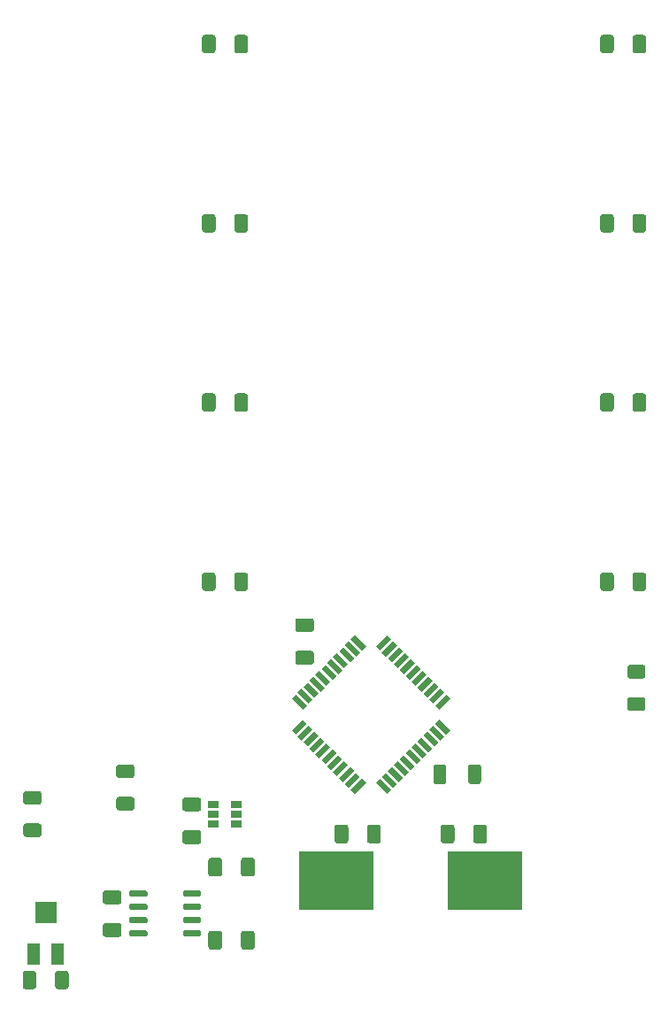
<source format=gbr>
%TF.GenerationSoftware,KiCad,Pcbnew,5.1.9*%
%TF.CreationDate,2021-03-22T22:06:03+01:00*%
%TF.ProjectId,control_voltage_eurorack_module,636f6e74-726f-46c5-9f76-6f6c74616765,rev?*%
%TF.SameCoordinates,Original*%
%TF.FileFunction,Paste,Bot*%
%TF.FilePolarity,Positive*%
%FSLAX46Y46*%
G04 Gerber Fmt 4.6, Leading zero omitted, Abs format (unit mm)*
G04 Created by KiCad (PCBNEW 5.1.9) date 2021-03-22 22:06:03*
%MOMM*%
%LPD*%
G01*
G04 APERTURE LIST*
%ADD10R,1.060000X0.650000*%
%ADD11R,1.300000X2.000000*%
%ADD12R,2.000000X2.000000*%
%ADD13R,7.175000X5.600000*%
%ADD14C,0.100000*%
G04 APERTURE END LIST*
D10*
%TO.C,U3*%
X37295000Y-98425000D03*
X37295000Y-99375000D03*
X37295000Y-97475000D03*
X35095000Y-97475000D03*
X35095000Y-98425000D03*
X35095000Y-99375000D03*
%TD*%
%TO.C,U1*%
G36*
G01*
X28780000Y-105895000D02*
X28780000Y-106195000D01*
G75*
G02*
X28630000Y-106345000I-150000J0D01*
G01*
X27180000Y-106345000D01*
G75*
G02*
X27030000Y-106195000I0J150000D01*
G01*
X27030000Y-105895000D01*
G75*
G02*
X27180000Y-105745000I150000J0D01*
G01*
X28630000Y-105745000D01*
G75*
G02*
X28780000Y-105895000I0J-150000D01*
G01*
G37*
G36*
G01*
X28780000Y-107165000D02*
X28780000Y-107465000D01*
G75*
G02*
X28630000Y-107615000I-150000J0D01*
G01*
X27180000Y-107615000D01*
G75*
G02*
X27030000Y-107465000I0J150000D01*
G01*
X27030000Y-107165000D01*
G75*
G02*
X27180000Y-107015000I150000J0D01*
G01*
X28630000Y-107015000D01*
G75*
G02*
X28780000Y-107165000I0J-150000D01*
G01*
G37*
G36*
G01*
X28780000Y-108435000D02*
X28780000Y-108735000D01*
G75*
G02*
X28630000Y-108885000I-150000J0D01*
G01*
X27180000Y-108885000D01*
G75*
G02*
X27030000Y-108735000I0J150000D01*
G01*
X27030000Y-108435000D01*
G75*
G02*
X27180000Y-108285000I150000J0D01*
G01*
X28630000Y-108285000D01*
G75*
G02*
X28780000Y-108435000I0J-150000D01*
G01*
G37*
G36*
G01*
X28780000Y-109705000D02*
X28780000Y-110005000D01*
G75*
G02*
X28630000Y-110155000I-150000J0D01*
G01*
X27180000Y-110155000D01*
G75*
G02*
X27030000Y-110005000I0J150000D01*
G01*
X27030000Y-109705000D01*
G75*
G02*
X27180000Y-109555000I150000J0D01*
G01*
X28630000Y-109555000D01*
G75*
G02*
X28780000Y-109705000I0J-150000D01*
G01*
G37*
G36*
G01*
X33930000Y-109705000D02*
X33930000Y-110005000D01*
G75*
G02*
X33780000Y-110155000I-150000J0D01*
G01*
X32330000Y-110155000D01*
G75*
G02*
X32180000Y-110005000I0J150000D01*
G01*
X32180000Y-109705000D01*
G75*
G02*
X32330000Y-109555000I150000J0D01*
G01*
X33780000Y-109555000D01*
G75*
G02*
X33930000Y-109705000I0J-150000D01*
G01*
G37*
G36*
G01*
X33930000Y-108435000D02*
X33930000Y-108735000D01*
G75*
G02*
X33780000Y-108885000I-150000J0D01*
G01*
X32330000Y-108885000D01*
G75*
G02*
X32180000Y-108735000I0J150000D01*
G01*
X32180000Y-108435000D01*
G75*
G02*
X32330000Y-108285000I150000J0D01*
G01*
X33780000Y-108285000D01*
G75*
G02*
X33930000Y-108435000I0J-150000D01*
G01*
G37*
G36*
G01*
X33930000Y-107165000D02*
X33930000Y-107465000D01*
G75*
G02*
X33780000Y-107615000I-150000J0D01*
G01*
X32330000Y-107615000D01*
G75*
G02*
X32180000Y-107465000I0J150000D01*
G01*
X32180000Y-107165000D01*
G75*
G02*
X32330000Y-107015000I150000J0D01*
G01*
X33780000Y-107015000D01*
G75*
G02*
X33930000Y-107165000I0J-150000D01*
G01*
G37*
G36*
G01*
X33930000Y-105895000D02*
X33930000Y-106195000D01*
G75*
G02*
X33780000Y-106345000I-150000J0D01*
G01*
X32330000Y-106345000D01*
G75*
G02*
X32180000Y-106195000I0J150000D01*
G01*
X32180000Y-105895000D01*
G75*
G02*
X32330000Y-105745000I150000J0D01*
G01*
X33780000Y-105745000D01*
G75*
G02*
X33930000Y-105895000I0J-150000D01*
G01*
G37*
%TD*%
D11*
%TO.C,RV10*%
X17900000Y-111855000D03*
D12*
X19050000Y-107855000D03*
D11*
X20200000Y-111855000D03*
%TD*%
%TO.C,R5*%
G36*
G01*
X73395000Y-24140000D02*
X73395000Y-25390000D01*
G75*
G02*
X73145000Y-25640000I-250000J0D01*
G01*
X72345000Y-25640000D01*
G75*
G02*
X72095000Y-25390000I0J250000D01*
G01*
X72095000Y-24140000D01*
G75*
G02*
X72345000Y-23890000I250000J0D01*
G01*
X73145000Y-23890000D01*
G75*
G02*
X73395000Y-24140000I0J-250000D01*
G01*
G37*
G36*
G01*
X76495000Y-24140000D02*
X76495000Y-25390000D01*
G75*
G02*
X76245000Y-25640000I-250000J0D01*
G01*
X75445000Y-25640000D01*
G75*
G02*
X75195000Y-25390000I0J250000D01*
G01*
X75195000Y-24140000D01*
G75*
G02*
X75445000Y-23890000I250000J0D01*
G01*
X76245000Y-23890000D01*
G75*
G02*
X76495000Y-24140000I0J-250000D01*
G01*
G37*
%TD*%
%TO.C,R4*%
G36*
G01*
X35295000Y-75575000D02*
X35295000Y-76825000D01*
G75*
G02*
X35045000Y-77075000I-250000J0D01*
G01*
X34245000Y-77075000D01*
G75*
G02*
X33995000Y-76825000I0J250000D01*
G01*
X33995000Y-75575000D01*
G75*
G02*
X34245000Y-75325000I250000J0D01*
G01*
X35045000Y-75325000D01*
G75*
G02*
X35295000Y-75575000I0J-250000D01*
G01*
G37*
G36*
G01*
X38395000Y-75575000D02*
X38395000Y-76825000D01*
G75*
G02*
X38145000Y-77075000I-250000J0D01*
G01*
X37345000Y-77075000D01*
G75*
G02*
X37095000Y-76825000I0J250000D01*
G01*
X37095000Y-75575000D01*
G75*
G02*
X37345000Y-75325000I250000J0D01*
G01*
X38145000Y-75325000D01*
G75*
G02*
X38395000Y-75575000I0J-250000D01*
G01*
G37*
%TD*%
%TO.C,R3*%
G36*
G01*
X35295000Y-58430000D02*
X35295000Y-59680000D01*
G75*
G02*
X35045000Y-59930000I-250000J0D01*
G01*
X34245000Y-59930000D01*
G75*
G02*
X33995000Y-59680000I0J250000D01*
G01*
X33995000Y-58430000D01*
G75*
G02*
X34245000Y-58180000I250000J0D01*
G01*
X35045000Y-58180000D01*
G75*
G02*
X35295000Y-58430000I0J-250000D01*
G01*
G37*
G36*
G01*
X38395000Y-58430000D02*
X38395000Y-59680000D01*
G75*
G02*
X38145000Y-59930000I-250000J0D01*
G01*
X37345000Y-59930000D01*
G75*
G02*
X37095000Y-59680000I0J250000D01*
G01*
X37095000Y-58430000D01*
G75*
G02*
X37345000Y-58180000I250000J0D01*
G01*
X38145000Y-58180000D01*
G75*
G02*
X38395000Y-58430000I0J-250000D01*
G01*
G37*
%TD*%
%TO.C,R2*%
G36*
G01*
X35295000Y-41285000D02*
X35295000Y-42535000D01*
G75*
G02*
X35045000Y-42785000I-250000J0D01*
G01*
X34245000Y-42785000D01*
G75*
G02*
X33995000Y-42535000I0J250000D01*
G01*
X33995000Y-41285000D01*
G75*
G02*
X34245000Y-41035000I250000J0D01*
G01*
X35045000Y-41035000D01*
G75*
G02*
X35295000Y-41285000I0J-250000D01*
G01*
G37*
G36*
G01*
X38395000Y-41285000D02*
X38395000Y-42535000D01*
G75*
G02*
X38145000Y-42785000I-250000J0D01*
G01*
X37345000Y-42785000D01*
G75*
G02*
X37095000Y-42535000I0J250000D01*
G01*
X37095000Y-41285000D01*
G75*
G02*
X37345000Y-41035000I250000J0D01*
G01*
X38145000Y-41035000D01*
G75*
G02*
X38395000Y-41285000I0J-250000D01*
G01*
G37*
%TD*%
%TO.C,R1*%
G36*
G01*
X35295000Y-24140000D02*
X35295000Y-25390000D01*
G75*
G02*
X35045000Y-25640000I-250000J0D01*
G01*
X34245000Y-25640000D01*
G75*
G02*
X33995000Y-25390000I0J250000D01*
G01*
X33995000Y-24140000D01*
G75*
G02*
X34245000Y-23890000I250000J0D01*
G01*
X35045000Y-23890000D01*
G75*
G02*
X35295000Y-24140000I0J-250000D01*
G01*
G37*
G36*
G01*
X38395000Y-24140000D02*
X38395000Y-25390000D01*
G75*
G02*
X38145000Y-25640000I-250000J0D01*
G01*
X37345000Y-25640000D01*
G75*
G02*
X37095000Y-25390000I0J250000D01*
G01*
X37095000Y-24140000D01*
G75*
G02*
X37345000Y-23890000I250000J0D01*
G01*
X38145000Y-23890000D01*
G75*
G02*
X38395000Y-24140000I0J-250000D01*
G01*
G37*
%TD*%
%TO.C,L1*%
G36*
G01*
X59470000Y-95315000D02*
X59470000Y-93915000D01*
G75*
G02*
X59720000Y-93665000I250000J0D01*
G01*
X60445000Y-93665000D01*
G75*
G02*
X60695000Y-93915000I0J-250000D01*
G01*
X60695000Y-95315000D01*
G75*
G02*
X60445000Y-95565000I-250000J0D01*
G01*
X59720000Y-95565000D01*
G75*
G02*
X59470000Y-95315000I0J250000D01*
G01*
G37*
G36*
G01*
X56145000Y-95315000D02*
X56145000Y-93915000D01*
G75*
G02*
X56395000Y-93665000I250000J0D01*
G01*
X57120000Y-93665000D01*
G75*
G02*
X57370000Y-93915000I0J-250000D01*
G01*
X57370000Y-95315000D01*
G75*
G02*
X57120000Y-95565000I-250000J0D01*
G01*
X56395000Y-95565000D01*
G75*
G02*
X56145000Y-95315000I0J250000D01*
G01*
G37*
%TD*%
%TO.C,C7*%
G36*
G01*
X37730000Y-111140001D02*
X37730000Y-109839999D01*
G75*
G02*
X37979999Y-109590000I249999J0D01*
G01*
X38805001Y-109590000D01*
G75*
G02*
X39055000Y-109839999I0J-249999D01*
G01*
X39055000Y-111140001D01*
G75*
G02*
X38805001Y-111390000I-249999J0D01*
G01*
X37979999Y-111390000D01*
G75*
G02*
X37730000Y-111140001I0J249999D01*
G01*
G37*
G36*
G01*
X34605000Y-111140001D02*
X34605000Y-109839999D01*
G75*
G02*
X34854999Y-109590000I249999J0D01*
G01*
X35680001Y-109590000D01*
G75*
G02*
X35930000Y-109839999I0J-249999D01*
G01*
X35930000Y-111140001D01*
G75*
G02*
X35680001Y-111390000I-249999J0D01*
G01*
X34854999Y-111390000D01*
G75*
G02*
X34605000Y-111140001I0J249999D01*
G01*
G37*
%TD*%
%TO.C,C5*%
G36*
G01*
X32369999Y-99960000D02*
X33670001Y-99960000D01*
G75*
G02*
X33920000Y-100209999I0J-249999D01*
G01*
X33920000Y-101035001D01*
G75*
G02*
X33670001Y-101285000I-249999J0D01*
G01*
X32369999Y-101285000D01*
G75*
G02*
X32120000Y-101035001I0J249999D01*
G01*
X32120000Y-100209999D01*
G75*
G02*
X32369999Y-99960000I249999J0D01*
G01*
G37*
G36*
G01*
X32369999Y-96835000D02*
X33670001Y-96835000D01*
G75*
G02*
X33920000Y-97084999I0J-249999D01*
G01*
X33920000Y-97910001D01*
G75*
G02*
X33670001Y-98160000I-249999J0D01*
G01*
X32369999Y-98160000D01*
G75*
G02*
X32120000Y-97910001I0J249999D01*
G01*
X32120000Y-97084999D01*
G75*
G02*
X32369999Y-96835000I249999J0D01*
G01*
G37*
%TD*%
%TO.C,C4*%
G36*
G01*
X43164999Y-82815000D02*
X44465001Y-82815000D01*
G75*
G02*
X44715000Y-83064999I0J-249999D01*
G01*
X44715000Y-83890001D01*
G75*
G02*
X44465001Y-84140000I-249999J0D01*
G01*
X43164999Y-84140000D01*
G75*
G02*
X42915000Y-83890001I0J249999D01*
G01*
X42915000Y-83064999D01*
G75*
G02*
X43164999Y-82815000I249999J0D01*
G01*
G37*
G36*
G01*
X43164999Y-79690000D02*
X44465001Y-79690000D01*
G75*
G02*
X44715000Y-79939999I0J-249999D01*
G01*
X44715000Y-80765001D01*
G75*
G02*
X44465001Y-81015000I-249999J0D01*
G01*
X43164999Y-81015000D01*
G75*
G02*
X42915000Y-80765001I0J249999D01*
G01*
X42915000Y-79939999D01*
G75*
G02*
X43164999Y-79690000I249999J0D01*
G01*
G37*
%TD*%
%TO.C,C3*%
G36*
G01*
X24749999Y-108850000D02*
X26050001Y-108850000D01*
G75*
G02*
X26300000Y-109099999I0J-249999D01*
G01*
X26300000Y-109925001D01*
G75*
G02*
X26050001Y-110175000I-249999J0D01*
G01*
X24749999Y-110175000D01*
G75*
G02*
X24500000Y-109925001I0J249999D01*
G01*
X24500000Y-109099999D01*
G75*
G02*
X24749999Y-108850000I249999J0D01*
G01*
G37*
G36*
G01*
X24749999Y-105725000D02*
X26050001Y-105725000D01*
G75*
G02*
X26300000Y-105974999I0J-249999D01*
G01*
X26300000Y-106800001D01*
G75*
G02*
X26050001Y-107050000I-249999J0D01*
G01*
X24749999Y-107050000D01*
G75*
G02*
X24500000Y-106800001I0J249999D01*
G01*
X24500000Y-105974999D01*
G75*
G02*
X24749999Y-105725000I249999J0D01*
G01*
G37*
%TD*%
%TO.C,C2*%
G36*
G01*
X59955000Y-100980001D02*
X59955000Y-99679999D01*
G75*
G02*
X60204999Y-99430000I249999J0D01*
G01*
X61030001Y-99430000D01*
G75*
G02*
X61280000Y-99679999I0J-249999D01*
G01*
X61280000Y-100980001D01*
G75*
G02*
X61030001Y-101230000I-249999J0D01*
G01*
X60204999Y-101230000D01*
G75*
G02*
X59955000Y-100980001I0J249999D01*
G01*
G37*
G36*
G01*
X56830000Y-100980001D02*
X56830000Y-99679999D01*
G75*
G02*
X57079999Y-99430000I249999J0D01*
G01*
X57905001Y-99430000D01*
G75*
G02*
X58155000Y-99679999I0J-249999D01*
G01*
X58155000Y-100980001D01*
G75*
G02*
X57905001Y-101230000I-249999J0D01*
G01*
X57079999Y-101230000D01*
G75*
G02*
X56830000Y-100980001I0J249999D01*
G01*
G37*
%TD*%
%TO.C,C1*%
G36*
G01*
X47995000Y-99679999D02*
X47995000Y-100980001D01*
G75*
G02*
X47745001Y-101230000I-249999J0D01*
G01*
X46919999Y-101230000D01*
G75*
G02*
X46670000Y-100980001I0J249999D01*
G01*
X46670000Y-99679999D01*
G75*
G02*
X46919999Y-99430000I249999J0D01*
G01*
X47745001Y-99430000D01*
G75*
G02*
X47995000Y-99679999I0J-249999D01*
G01*
G37*
G36*
G01*
X51120000Y-99679999D02*
X51120000Y-100980001D01*
G75*
G02*
X50870001Y-101230000I-249999J0D01*
G01*
X50044999Y-101230000D01*
G75*
G02*
X49795000Y-100980001I0J249999D01*
G01*
X49795000Y-99679999D01*
G75*
G02*
X50044999Y-99430000I249999J0D01*
G01*
X50870001Y-99430000D01*
G75*
G02*
X51120000Y-99679999I0J-249999D01*
G01*
G37*
%TD*%
%TO.C,R6*%
G36*
G01*
X73395000Y-41285000D02*
X73395000Y-42535000D01*
G75*
G02*
X73145000Y-42785000I-250000J0D01*
G01*
X72345000Y-42785000D01*
G75*
G02*
X72095000Y-42535000I0J250000D01*
G01*
X72095000Y-41285000D01*
G75*
G02*
X72345000Y-41035000I250000J0D01*
G01*
X73145000Y-41035000D01*
G75*
G02*
X73395000Y-41285000I0J-250000D01*
G01*
G37*
G36*
G01*
X76495000Y-41285000D02*
X76495000Y-42535000D01*
G75*
G02*
X76245000Y-42785000I-250000J0D01*
G01*
X75445000Y-42785000D01*
G75*
G02*
X75195000Y-42535000I0J250000D01*
G01*
X75195000Y-41285000D01*
G75*
G02*
X75445000Y-41035000I250000J0D01*
G01*
X76245000Y-41035000D01*
G75*
G02*
X76495000Y-41285000I0J-250000D01*
G01*
G37*
%TD*%
%TO.C,R7*%
G36*
G01*
X73395000Y-58430000D02*
X73395000Y-59680000D01*
G75*
G02*
X73145000Y-59930000I-250000J0D01*
G01*
X72345000Y-59930000D01*
G75*
G02*
X72095000Y-59680000I0J250000D01*
G01*
X72095000Y-58430000D01*
G75*
G02*
X72345000Y-58180000I250000J0D01*
G01*
X73145000Y-58180000D01*
G75*
G02*
X73395000Y-58430000I0J-250000D01*
G01*
G37*
G36*
G01*
X76495000Y-58430000D02*
X76495000Y-59680000D01*
G75*
G02*
X76245000Y-59930000I-250000J0D01*
G01*
X75445000Y-59930000D01*
G75*
G02*
X75195000Y-59680000I0J250000D01*
G01*
X75195000Y-58430000D01*
G75*
G02*
X75445000Y-58180000I250000J0D01*
G01*
X76245000Y-58180000D01*
G75*
G02*
X76495000Y-58430000I0J-250000D01*
G01*
G37*
%TD*%
%TO.C,R8*%
G36*
G01*
X73395000Y-75575000D02*
X73395000Y-76825000D01*
G75*
G02*
X73145000Y-77075000I-250000J0D01*
G01*
X72345000Y-77075000D01*
G75*
G02*
X72095000Y-76825000I0J250000D01*
G01*
X72095000Y-75575000D01*
G75*
G02*
X72345000Y-75325000I250000J0D01*
G01*
X73145000Y-75325000D01*
G75*
G02*
X73395000Y-75575000I0J-250000D01*
G01*
G37*
G36*
G01*
X76495000Y-75575000D02*
X76495000Y-76825000D01*
G75*
G02*
X76245000Y-77075000I-250000J0D01*
G01*
X75445000Y-77075000D01*
G75*
G02*
X75195000Y-76825000I0J250000D01*
G01*
X75195000Y-75575000D01*
G75*
G02*
X75445000Y-75325000I250000J0D01*
G01*
X76245000Y-75325000D01*
G75*
G02*
X76495000Y-75575000I0J-250000D01*
G01*
G37*
%TD*%
%TO.C,R9*%
G36*
G01*
X18405000Y-97525000D02*
X17155000Y-97525000D01*
G75*
G02*
X16905000Y-97275000I0J250000D01*
G01*
X16905000Y-96475000D01*
G75*
G02*
X17155000Y-96225000I250000J0D01*
G01*
X18405000Y-96225000D01*
G75*
G02*
X18655000Y-96475000I0J-250000D01*
G01*
X18655000Y-97275000D01*
G75*
G02*
X18405000Y-97525000I-250000J0D01*
G01*
G37*
G36*
G01*
X18405000Y-100625000D02*
X17155000Y-100625000D01*
G75*
G02*
X16905000Y-100375000I0J250000D01*
G01*
X16905000Y-99575000D01*
G75*
G02*
X17155000Y-99325000I250000J0D01*
G01*
X18405000Y-99325000D01*
G75*
G02*
X18655000Y-99575000I0J-250000D01*
G01*
X18655000Y-100375000D01*
G75*
G02*
X18405000Y-100625000I-250000J0D01*
G01*
G37*
%TD*%
%TO.C,R10*%
G36*
G01*
X26045000Y-96785000D02*
X27295000Y-96785000D01*
G75*
G02*
X27545000Y-97035000I0J-250000D01*
G01*
X27545000Y-97835000D01*
G75*
G02*
X27295000Y-98085000I-250000J0D01*
G01*
X26045000Y-98085000D01*
G75*
G02*
X25795000Y-97835000I0J250000D01*
G01*
X25795000Y-97035000D01*
G75*
G02*
X26045000Y-96785000I250000J0D01*
G01*
G37*
G36*
G01*
X26045000Y-93685000D02*
X27295000Y-93685000D01*
G75*
G02*
X27545000Y-93935000I0J-250000D01*
G01*
X27545000Y-94735000D01*
G75*
G02*
X27295000Y-94985000I-250000J0D01*
G01*
X26045000Y-94985000D01*
G75*
G02*
X25795000Y-94735000I0J250000D01*
G01*
X25795000Y-93935000D01*
G75*
G02*
X26045000Y-93685000I250000J0D01*
G01*
G37*
%TD*%
%TO.C,R11*%
G36*
G01*
X19950000Y-114925000D02*
X19950000Y-113675000D01*
G75*
G02*
X20200000Y-113425000I250000J0D01*
G01*
X21000000Y-113425000D01*
G75*
G02*
X21250000Y-113675000I0J-250000D01*
G01*
X21250000Y-114925000D01*
G75*
G02*
X21000000Y-115175000I-250000J0D01*
G01*
X20200000Y-115175000D01*
G75*
G02*
X19950000Y-114925000I0J250000D01*
G01*
G37*
G36*
G01*
X16850000Y-114925000D02*
X16850000Y-113675000D01*
G75*
G02*
X17100000Y-113425000I250000J0D01*
G01*
X17900000Y-113425000D01*
G75*
G02*
X18150000Y-113675000I0J-250000D01*
G01*
X18150000Y-114925000D01*
G75*
G02*
X17900000Y-115175000I-250000J0D01*
G01*
X17100000Y-115175000D01*
G75*
G02*
X16850000Y-114925000I0J250000D01*
G01*
G37*
%TD*%
%TO.C,R12*%
G36*
G01*
X74940000Y-87260000D02*
X76190000Y-87260000D01*
G75*
G02*
X76440000Y-87510000I0J-250000D01*
G01*
X76440000Y-88310000D01*
G75*
G02*
X76190000Y-88560000I-250000J0D01*
G01*
X74940000Y-88560000D01*
G75*
G02*
X74690000Y-88310000I0J250000D01*
G01*
X74690000Y-87510000D01*
G75*
G02*
X74940000Y-87260000I250000J0D01*
G01*
G37*
G36*
G01*
X74940000Y-84160000D02*
X76190000Y-84160000D01*
G75*
G02*
X76440000Y-84410000I0J-250000D01*
G01*
X76440000Y-85210000D01*
G75*
G02*
X76190000Y-85460000I-250000J0D01*
G01*
X74940000Y-85460000D01*
G75*
G02*
X74690000Y-85210000I0J250000D01*
G01*
X74690000Y-84410000D01*
G75*
G02*
X74940000Y-84160000I250000J0D01*
G01*
G37*
%TD*%
D13*
%TO.C,Y1*%
X61062500Y-104775000D03*
X46887500Y-104775000D03*
%TD*%
%TO.C,C8*%
G36*
G01*
X35930000Y-102854999D02*
X35930000Y-104155001D01*
G75*
G02*
X35680001Y-104405000I-249999J0D01*
G01*
X34854999Y-104405000D01*
G75*
G02*
X34605000Y-104155001I0J249999D01*
G01*
X34605000Y-102854999D01*
G75*
G02*
X34854999Y-102605000I249999J0D01*
G01*
X35680001Y-102605000D01*
G75*
G02*
X35930000Y-102854999I0J-249999D01*
G01*
G37*
G36*
G01*
X39055000Y-102854999D02*
X39055000Y-104155001D01*
G75*
G02*
X38805001Y-104405000I-249999J0D01*
G01*
X37979999Y-104405000D01*
G75*
G02*
X37730000Y-104155001I0J249999D01*
G01*
X37730000Y-102854999D01*
G75*
G02*
X37979999Y-102605000I249999J0D01*
G01*
X38805001Y-102605000D01*
G75*
G02*
X39055000Y-102854999I0J-249999D01*
G01*
G37*
%TD*%
D14*
%TO.C,U2*%
G36*
X56688060Y-88422702D02*
G01*
X56299152Y-88033794D01*
X57359812Y-86973134D01*
X57748720Y-87362042D01*
X56688060Y-88422702D01*
G37*
G36*
X56122374Y-87857017D02*
G01*
X55733466Y-87468109D01*
X56794126Y-86407449D01*
X57183034Y-86796357D01*
X56122374Y-87857017D01*
G37*
G36*
X55556689Y-87291332D02*
G01*
X55167781Y-86902424D01*
X56228441Y-85841764D01*
X56617349Y-86230672D01*
X55556689Y-87291332D01*
G37*
G36*
X54991004Y-86725646D02*
G01*
X54602096Y-86336738D01*
X55662756Y-85276078D01*
X56051664Y-85664986D01*
X54991004Y-86725646D01*
G37*
G36*
X54425318Y-86159961D02*
G01*
X54036410Y-85771053D01*
X55097070Y-84710393D01*
X55485978Y-85099301D01*
X54425318Y-86159961D01*
G37*
G36*
X53859633Y-85594275D02*
G01*
X53470725Y-85205367D01*
X54531385Y-84144707D01*
X54920293Y-84533615D01*
X53859633Y-85594275D01*
G37*
G36*
X53293947Y-85028590D02*
G01*
X52905039Y-84639682D01*
X53965699Y-83579022D01*
X54354607Y-83967930D01*
X53293947Y-85028590D01*
G37*
G36*
X52728262Y-84462904D02*
G01*
X52339354Y-84073996D01*
X53400014Y-83013336D01*
X53788922Y-83402244D01*
X52728262Y-84462904D01*
G37*
G36*
X52162576Y-83897219D02*
G01*
X51773668Y-83508311D01*
X52834328Y-82447651D01*
X53223236Y-82836559D01*
X52162576Y-83897219D01*
G37*
G36*
X51596891Y-83331534D02*
G01*
X51207983Y-82942626D01*
X52268643Y-81881966D01*
X52657551Y-82270874D01*
X51596891Y-83331534D01*
G37*
G36*
X51031206Y-82765848D02*
G01*
X50642298Y-82376940D01*
X51702958Y-81316280D01*
X52091866Y-81705188D01*
X51031206Y-82765848D01*
G37*
G36*
X49687702Y-82376940D02*
G01*
X49298794Y-82765848D01*
X48238134Y-81705188D01*
X48627042Y-81316280D01*
X49687702Y-82376940D01*
G37*
G36*
X49122017Y-82942626D02*
G01*
X48733109Y-83331534D01*
X47672449Y-82270874D01*
X48061357Y-81881966D01*
X49122017Y-82942626D01*
G37*
G36*
X48556332Y-83508311D02*
G01*
X48167424Y-83897219D01*
X47106764Y-82836559D01*
X47495672Y-82447651D01*
X48556332Y-83508311D01*
G37*
G36*
X47990646Y-84073996D02*
G01*
X47601738Y-84462904D01*
X46541078Y-83402244D01*
X46929986Y-83013336D01*
X47990646Y-84073996D01*
G37*
G36*
X47424961Y-84639682D02*
G01*
X47036053Y-85028590D01*
X45975393Y-83967930D01*
X46364301Y-83579022D01*
X47424961Y-84639682D01*
G37*
G36*
X46859275Y-85205367D02*
G01*
X46470367Y-85594275D01*
X45409707Y-84533615D01*
X45798615Y-84144707D01*
X46859275Y-85205367D01*
G37*
G36*
X46293590Y-85771053D02*
G01*
X45904682Y-86159961D01*
X44844022Y-85099301D01*
X45232930Y-84710393D01*
X46293590Y-85771053D01*
G37*
G36*
X45727904Y-86336738D02*
G01*
X45338996Y-86725646D01*
X44278336Y-85664986D01*
X44667244Y-85276078D01*
X45727904Y-86336738D01*
G37*
G36*
X45162219Y-86902424D02*
G01*
X44773311Y-87291332D01*
X43712651Y-86230672D01*
X44101559Y-85841764D01*
X45162219Y-86902424D01*
G37*
G36*
X44596534Y-87468109D02*
G01*
X44207626Y-87857017D01*
X43146966Y-86796357D01*
X43535874Y-86407449D01*
X44596534Y-87468109D01*
G37*
G36*
X44030848Y-88033794D02*
G01*
X43641940Y-88422702D01*
X42581280Y-87362042D01*
X42970188Y-86973134D01*
X44030848Y-88033794D01*
G37*
G36*
X42970188Y-90826866D02*
G01*
X42581280Y-90437958D01*
X43641940Y-89377298D01*
X44030848Y-89766206D01*
X42970188Y-90826866D01*
G37*
G36*
X43535874Y-91392551D02*
G01*
X43146966Y-91003643D01*
X44207626Y-89942983D01*
X44596534Y-90331891D01*
X43535874Y-91392551D01*
G37*
G36*
X44101559Y-91958236D02*
G01*
X43712651Y-91569328D01*
X44773311Y-90508668D01*
X45162219Y-90897576D01*
X44101559Y-91958236D01*
G37*
G36*
X44667244Y-92523922D02*
G01*
X44278336Y-92135014D01*
X45338996Y-91074354D01*
X45727904Y-91463262D01*
X44667244Y-92523922D01*
G37*
G36*
X45232930Y-93089607D02*
G01*
X44844022Y-92700699D01*
X45904682Y-91640039D01*
X46293590Y-92028947D01*
X45232930Y-93089607D01*
G37*
G36*
X45798615Y-93655293D02*
G01*
X45409707Y-93266385D01*
X46470367Y-92205725D01*
X46859275Y-92594633D01*
X45798615Y-93655293D01*
G37*
G36*
X46364301Y-94220978D02*
G01*
X45975393Y-93832070D01*
X47036053Y-92771410D01*
X47424961Y-93160318D01*
X46364301Y-94220978D01*
G37*
G36*
X46929986Y-94786664D02*
G01*
X46541078Y-94397756D01*
X47601738Y-93337096D01*
X47990646Y-93726004D01*
X46929986Y-94786664D01*
G37*
G36*
X47495672Y-95352349D02*
G01*
X47106764Y-94963441D01*
X48167424Y-93902781D01*
X48556332Y-94291689D01*
X47495672Y-95352349D01*
G37*
G36*
X48061357Y-95918034D02*
G01*
X47672449Y-95529126D01*
X48733109Y-94468466D01*
X49122017Y-94857374D01*
X48061357Y-95918034D01*
G37*
G36*
X48627042Y-96483720D02*
G01*
X48238134Y-96094812D01*
X49298794Y-95034152D01*
X49687702Y-95423060D01*
X48627042Y-96483720D01*
G37*
G36*
X52091866Y-96094812D02*
G01*
X51702958Y-96483720D01*
X50642298Y-95423060D01*
X51031206Y-95034152D01*
X52091866Y-96094812D01*
G37*
G36*
X52657551Y-95529126D02*
G01*
X52268643Y-95918034D01*
X51207983Y-94857374D01*
X51596891Y-94468466D01*
X52657551Y-95529126D01*
G37*
G36*
X53223236Y-94963441D02*
G01*
X52834328Y-95352349D01*
X51773668Y-94291689D01*
X52162576Y-93902781D01*
X53223236Y-94963441D01*
G37*
G36*
X53788922Y-94397756D02*
G01*
X53400014Y-94786664D01*
X52339354Y-93726004D01*
X52728262Y-93337096D01*
X53788922Y-94397756D01*
G37*
G36*
X54354607Y-93832070D02*
G01*
X53965699Y-94220978D01*
X52905039Y-93160318D01*
X53293947Y-92771410D01*
X54354607Y-93832070D01*
G37*
G36*
X54920293Y-93266385D02*
G01*
X54531385Y-93655293D01*
X53470725Y-92594633D01*
X53859633Y-92205725D01*
X54920293Y-93266385D01*
G37*
G36*
X55485978Y-92700699D02*
G01*
X55097070Y-93089607D01*
X54036410Y-92028947D01*
X54425318Y-91640039D01*
X55485978Y-92700699D01*
G37*
G36*
X56051664Y-92135014D02*
G01*
X55662756Y-92523922D01*
X54602096Y-91463262D01*
X54991004Y-91074354D01*
X56051664Y-92135014D01*
G37*
G36*
X56617349Y-91569328D02*
G01*
X56228441Y-91958236D01*
X55167781Y-90897576D01*
X55556689Y-90508668D01*
X56617349Y-91569328D01*
G37*
G36*
X57183034Y-91003643D02*
G01*
X56794126Y-91392551D01*
X55733466Y-90331891D01*
X56122374Y-89942983D01*
X57183034Y-91003643D01*
G37*
G36*
X57748720Y-90437958D02*
G01*
X57359812Y-90826866D01*
X56299152Y-89766206D01*
X56688060Y-89377298D01*
X57748720Y-90437958D01*
G37*
%TD*%
M02*

</source>
